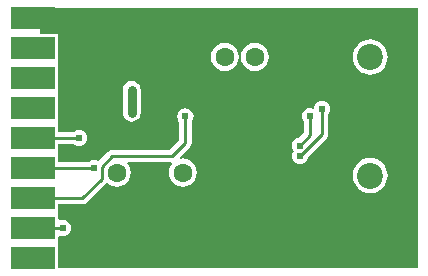
<source format=gbl>
G04 Layer_Physical_Order=2*
G04 Layer_Color=11436288*
%FSLAX25Y25*%
%MOIN*%
G70*
G01*
G75*
%ADD10C,0.01000*%
%ADD17R,0.15000X0.07600*%
%ADD18C,0.03000*%
%ADD20C,0.08661*%
%ADD21C,0.09843*%
%ADD22C,0.06299*%
%ADD23C,0.02400*%
G36*
X238420Y404080D02*
X118500D01*
Y412300D01*
X118500D01*
Y412700D01*
X118500D01*
Y414658D01*
X119000Y414992D01*
X119295Y414869D01*
X120000Y414777D01*
X120705Y414869D01*
X121362Y415142D01*
X121926Y415574D01*
X122358Y416138D01*
X122631Y416795D01*
X122723Y417500D01*
X122631Y418205D01*
X122358Y418862D01*
X121926Y419426D01*
X121362Y419858D01*
X120705Y420130D01*
X120000Y420223D01*
X119295Y420130D01*
X119000Y420008D01*
X118500Y420342D01*
Y422300D01*
X118500D01*
Y422700D01*
X118500D01*
Y425461D01*
X126500D01*
X127280Y425616D01*
X127942Y426058D01*
X134277Y432393D01*
X134494Y432548D01*
X134977Y432459D01*
X135655Y431939D01*
X136786Y431470D01*
X138000Y431310D01*
X139214Y431470D01*
X140345Y431939D01*
X141316Y432684D01*
X142061Y433655D01*
X142530Y434786D01*
X142690Y436000D01*
X142530Y437214D01*
X142061Y438345D01*
X141589Y438961D01*
X141835Y439461D01*
X156165D01*
X156411Y438961D01*
X155939Y438345D01*
X155470Y437214D01*
X155310Y436000D01*
X155470Y434786D01*
X155939Y433655D01*
X156684Y432684D01*
X157655Y431939D01*
X158786Y431470D01*
X160000Y431310D01*
X161214Y431470D01*
X162345Y431939D01*
X163316Y432684D01*
X164061Y433655D01*
X164530Y434786D01*
X164690Y436000D01*
X164530Y437214D01*
X164061Y438345D01*
X163316Y439316D01*
X162345Y440061D01*
X161214Y440530D01*
X160000Y440690D01*
X159172Y440581D01*
X158938Y441054D01*
X162342Y444458D01*
X162784Y445120D01*
X162939Y445900D01*
Y452922D01*
X163258Y453338D01*
X163531Y453995D01*
X163623Y454700D01*
X163531Y455405D01*
X163258Y456062D01*
X162826Y456626D01*
X162262Y457058D01*
X161605Y457331D01*
X160900Y457423D01*
X160195Y457331D01*
X159538Y457058D01*
X158974Y456626D01*
X158542Y456062D01*
X158270Y455405D01*
X158177Y454700D01*
X158270Y453995D01*
X158542Y453338D01*
X158861Y452922D01*
Y446745D01*
X155655Y443539D01*
X136500D01*
X135720Y443384D01*
X135058Y442942D01*
X131926Y439809D01*
X131862Y439858D01*
X131205Y440131D01*
X130500Y440223D01*
X129795Y440131D01*
X129138Y439858D01*
X128722Y439539D01*
X118500D01*
Y442300D01*
X118500D01*
Y442700D01*
X118500D01*
Y445461D01*
X123722D01*
X124138Y445142D01*
X124795Y444870D01*
X125500Y444777D01*
X126205Y444870D01*
X126862Y445142D01*
X127426Y445574D01*
X127858Y446138D01*
X128130Y446795D01*
X128223Y447500D01*
X128130Y448205D01*
X127858Y448862D01*
X127426Y449426D01*
X126862Y449858D01*
X126205Y450131D01*
X125500Y450223D01*
X124795Y450131D01*
X124138Y449858D01*
X123722Y449539D01*
X118500D01*
Y452300D01*
X118500D01*
Y452700D01*
X118500D01*
Y462300D01*
X118500D01*
Y462700D01*
X118500D01*
Y472300D01*
X118500D01*
Y472700D01*
X118500D01*
Y482300D01*
X112500D01*
Y490920D01*
X238420D01*
Y404080D01*
D02*
G37*
%LPC*%
G36*
X143000Y466526D02*
X142217Y466423D01*
X141487Y466120D01*
X140860Y465640D01*
X140380Y465013D01*
X140077Y464283D01*
X139974Y463500D01*
Y456000D01*
X140077Y455217D01*
X140380Y454487D01*
X140860Y453860D01*
X141487Y453379D01*
X142217Y453077D01*
X143000Y452974D01*
X143783Y453077D01*
X144513Y453379D01*
X145140Y453860D01*
X145621Y454487D01*
X145923Y455217D01*
X146026Y456000D01*
Y463500D01*
X145923Y464283D01*
X145621Y465013D01*
X145140Y465640D01*
X144513Y466120D01*
X143783Y466423D01*
X143000Y466526D01*
D02*
G37*
G36*
X222500Y440859D02*
X221357Y440746D01*
X220258Y440413D01*
X219245Y439872D01*
X218357Y439143D01*
X217629Y438255D01*
X217087Y437242D01*
X216754Y436143D01*
X216641Y435000D01*
X216754Y433857D01*
X217087Y432758D01*
X217629Y431745D01*
X218357Y430857D01*
X219245Y430128D01*
X220258Y429587D01*
X221357Y429254D01*
X222500Y429141D01*
X223643Y429254D01*
X224742Y429587D01*
X225755Y430128D01*
X226643Y430857D01*
X227372Y431745D01*
X227913Y432758D01*
X228246Y433857D01*
X228359Y435000D01*
X228246Y436143D01*
X227913Y437242D01*
X227372Y438255D01*
X226643Y439143D01*
X225755Y439872D01*
X224742Y440413D01*
X223643Y440746D01*
X222500Y440859D01*
D02*
G37*
G36*
X206500Y460003D02*
X205795Y459910D01*
X205138Y459638D01*
X204574Y459205D01*
X204142Y458641D01*
X203870Y457984D01*
X203824Y457636D01*
X203289Y457316D01*
X203205Y457351D01*
X202500Y457444D01*
X201795Y457351D01*
X201138Y457079D01*
X200574Y456646D01*
X200142Y456082D01*
X199870Y455425D01*
X199777Y454720D01*
X199870Y454016D01*
X200142Y453359D01*
X200461Y452943D01*
Y449345D01*
X198815Y447699D01*
X198295Y447631D01*
X197638Y447358D01*
X197074Y446926D01*
X196642Y446362D01*
X196370Y445705D01*
X196277Y445000D01*
X196370Y444295D01*
X196642Y443638D01*
X196940Y443250D01*
X196642Y442862D01*
X196370Y442205D01*
X196277Y441500D01*
X196370Y440795D01*
X196642Y440138D01*
X197074Y439574D01*
X197638Y439142D01*
X198295Y438869D01*
X199000Y438777D01*
X199705Y438869D01*
X200362Y439142D01*
X200926Y439574D01*
X201358Y440138D01*
X201630Y440795D01*
X201699Y441315D01*
X207942Y447558D01*
X208384Y448220D01*
X208539Y449000D01*
Y455502D01*
X208858Y455918D01*
X209131Y456575D01*
X209223Y457279D01*
X209131Y457984D01*
X208858Y458641D01*
X208426Y459205D01*
X207862Y459638D01*
X207205Y459910D01*
X206500Y460003D01*
D02*
G37*
G36*
X184000Y479190D02*
X182786Y479030D01*
X181655Y478561D01*
X180684Y477816D01*
X179939Y476845D01*
X179470Y475714D01*
X179310Y474500D01*
X179470Y473286D01*
X179939Y472155D01*
X180684Y471184D01*
X181655Y470439D01*
X182786Y469970D01*
X184000Y469810D01*
X185214Y469970D01*
X186345Y470439D01*
X187316Y471184D01*
X188061Y472155D01*
X188530Y473286D01*
X188690Y474500D01*
X188530Y475714D01*
X188061Y476845D01*
X187316Y477816D01*
X186345Y478561D01*
X185214Y479030D01*
X184000Y479190D01*
D02*
G37*
G36*
X174000D02*
X172786Y479030D01*
X171655Y478561D01*
X170684Y477816D01*
X169939Y476845D01*
X169470Y475714D01*
X169310Y474500D01*
X169470Y473286D01*
X169939Y472155D01*
X170684Y471184D01*
X171655Y470439D01*
X172786Y469970D01*
X174000Y469810D01*
X175214Y469970D01*
X176345Y470439D01*
X177316Y471184D01*
X178061Y472155D01*
X178530Y473286D01*
X178690Y474500D01*
X178530Y475714D01*
X178061Y476845D01*
X177316Y477816D01*
X176345Y478561D01*
X175214Y479030D01*
X174000Y479190D01*
D02*
G37*
G36*
X222500Y480359D02*
X221357Y480246D01*
X220258Y479913D01*
X219245Y479372D01*
X218357Y478643D01*
X217629Y477755D01*
X217087Y476742D01*
X216754Y475643D01*
X216641Y474500D01*
X216754Y473357D01*
X217087Y472258D01*
X217629Y471245D01*
X218357Y470357D01*
X219245Y469628D01*
X220258Y469087D01*
X221357Y468754D01*
X222500Y468641D01*
X223643Y468754D01*
X224742Y469087D01*
X225755Y469628D01*
X226643Y470357D01*
X227372Y471245D01*
X227913Y472258D01*
X228246Y473357D01*
X228359Y474500D01*
X228246Y475643D01*
X227913Y476742D01*
X227372Y477755D01*
X226643Y478643D01*
X225755Y479372D01*
X224742Y479913D01*
X223643Y480246D01*
X222500Y480359D01*
D02*
G37*
%LPD*%
D10*
X110000Y447500D02*
X125500D01*
X110000Y437500D02*
X130500D01*
X160900Y445900D02*
Y454700D01*
X133000Y434000D02*
Y438000D01*
X126500Y427500D02*
X133000Y434000D01*
X110000Y427500D02*
X126500D01*
X133000Y438000D02*
X136500Y441500D01*
X156500D01*
X160900Y445900D01*
X199000Y445000D02*
X202500Y448500D01*
Y454720D01*
X206500Y449000D02*
Y457279D01*
X199000Y441500D02*
X206500Y449000D01*
X110000Y417500D02*
X120000D01*
D17*
X110000Y407500D02*
D03*
Y417500D02*
D03*
Y427500D02*
D03*
Y437500D02*
D03*
Y447500D02*
D03*
Y457500D02*
D03*
Y467500D02*
D03*
Y477500D02*
D03*
Y487500D02*
D03*
D18*
X143000Y456000D02*
Y463500D01*
D20*
X222500Y435000D02*
D03*
Y474500D02*
D03*
D21*
X232500Y445000D02*
D03*
Y425000D02*
D03*
X212500D02*
D03*
Y445000D02*
D03*
X232500Y484500D02*
D03*
Y464500D02*
D03*
X212500D02*
D03*
Y484500D02*
D03*
D22*
X160000Y426000D02*
D03*
Y436000D02*
D03*
X138000Y426000D02*
D03*
Y436000D02*
D03*
X174000Y474500D02*
D03*
X184000D02*
D03*
D23*
X196500Y480000D02*
D03*
X160900Y454700D02*
D03*
X148500Y445000D02*
D03*
X155500Y446500D02*
D03*
X148500Y475000D02*
D03*
X155500Y473500D02*
D03*
X196398Y462398D02*
D03*
X175000Y449500D02*
D03*
X143000Y456000D02*
D03*
Y463500D02*
D03*
X125500Y447500D02*
D03*
X130500Y437500D02*
D03*
X199000Y445000D02*
D03*
X202500Y454720D02*
D03*
X206500Y457279D02*
D03*
X191000Y422500D02*
D03*
X202500D02*
D03*
X199000Y441500D02*
D03*
X120000Y417500D02*
D03*
M02*

</source>
